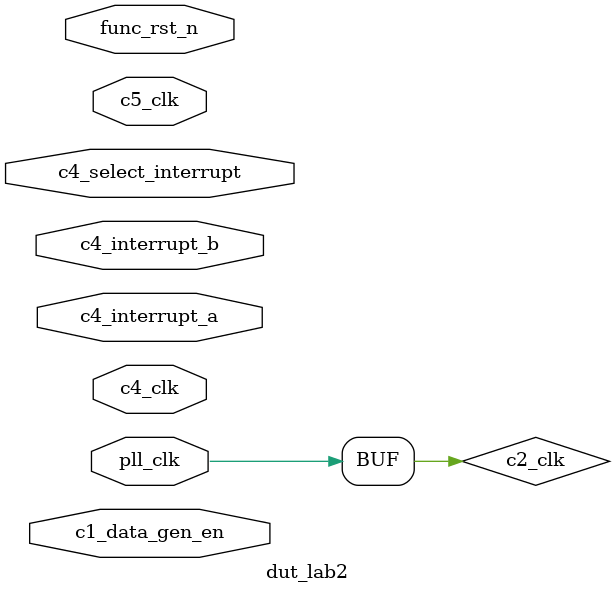
<source format=sv>
module dut_lab2(
  input pll_clk,
  input func_rst_n,
  input c1_data_gen_en,                 // 1: Enable data burst;  0 : stop data generation

  input c4_clk,
  input c5_clk,
  input c4_select_interrupt,            // 0: c4_interrupt_a; 1: c4_interrupt_b
  input c4_interrupt_a,
  input c4_interrupt_b


);

parameter c1_freq_div_ratio   = 4'd2;   //   20 MHz / 2 = 10 MHz
parameter c3_freq_div_ratio   = 4'd8;   //   20 MHz / 8 = 2.5 MHz

parameter c1_data_rate_div    = 4'd2;   //   Data thoughput C1 bursts : 10 MHz /2 = 5 MSps


logic c1_clk;
logic c2_clk;
logic c3_clk;

logic [3:0] c1_data_rate_cnt;

logic [7:0] c1_data;
logic       c1_valid;



////////////////////////////////////////////////////////////////////////////////
// Clock Generation
////////////////////////////////////////////////////////////////////////////////

clk_div_cg u_clk_div_c1 (
  .clk_in(pll_clk),
  .rst_n (func_rst_n),
  .div_factor(c1_freq_div_ratio),
  .clk_out(c1_clk)
);

assign c2_clk = pll_clk;

clk_div_cg u_clk_div_c3 (
  .clk_in(pll_clk),
  .rst_n (func_rst_n),
  .div_factor(c3_freq_div_ratio),
  .clk_out(c3_clk)
);


////////////////////////////////////////////////////////////////////////////////
// Source data bursts generation
////////////////////////////////////////////////////////////////////////////////

always @ (posedge c1_clk or negedge func_rst_n)
  if(!func_rst_n) begin
    c1_data  <= 'b0;
    c1_valid <= 1'b0;
  end
  else begin
    c1_valid <= 1'b0;
    if(c1_data_rate_cnt == 4'd0) begin
      c1_data  <= c1_data + 1'b1;
      c1_valid <= 1'b1;
    end
  end

always @ (posedge c1_clk or negedge func_rst_n)
  if(!func_rst_n)
    c1_data_rate_cnt <= c1_data_rate_div - 1'b1;
  else if(!c1_data_gen_en)
    c1_data_rate_cnt <= c1_data_rate_div - 1'b1;
  else if(c1_data_rate_cnt == 'b0)
    c1_data_rate_cnt <= c1_data_rate_div - 1'b1;
  else
    c1_data_rate_cnt <= c1_data_rate_cnt - 1'b1;


// Lab2.1 Synchronous Data Transfer c1_clk to c2_clk (Slow to Fast). Avoid data duplication
// Generate the following signals in c2_clk domain

logic [7:0] c2_data;
logic       c2_valid;








// Lab2.2 Synchronous Data Transfer c2_clk to c3_clk (Fast to Slow) with FIFO. Avoid data loss
// Instantiate the provided fifo.sv 
// Generate the following signals in c3_clk domain

logic [7:0] c3_data;
logic       c3_valid;







// Lab2.3 Asynchronous Data Transfer (CDC) from c4_clk to c5_clk
// Generate the following signal in c5_clk domain

logic c5_interrupt_selected;







endmodule

</source>
